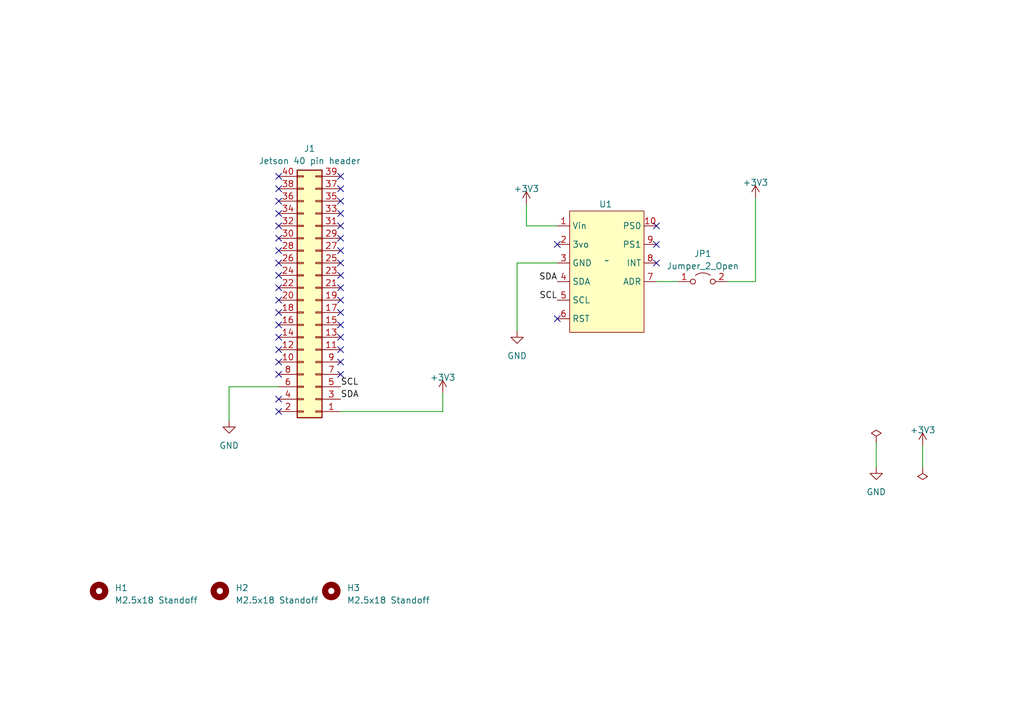
<source format=kicad_sch>
(kicad_sch (version 20230121) (generator eeschema)
  (paper "A5")
  (title_block (title "Jetson Nano BNO055 Shield") (date "2023-04-08") (company "Team Goombot") (comment 2 "Author: Vincent Nguyen"))
  (lib_symbols
    (symbol "0_sensor:BNO055"
      (property "Reference" "U" (at -6.985 12.573 0))
      (symbol "BNO055_1_1"
        (rectangle (start -7.62 10.668) (end 7.62 -14.224) (fill (type background)))
        (pin power_in line (at -10.16 7.62 0) (length 2.54) (name "Vin") (number "1"))
        (pin input line (at 10.16 7.62 180) (length 2.54) (name "PS0") (number "10"))
        (pin power_in line (at -10.16 3.81 0) (length 2.54) (name "3vo") (number "2"))
        (pin power_in line (at -10.16 0 0) (length 2.54) (name "GND") (number "3"))
        (pin bidirectional line (at -10.16 -3.81 0) (length 2.54) (name "SDA") (number "4"))
        (pin input line (at -10.16 -7.62 0) (length 2.54) (name "SCL") (number "5"))
        (pin input line (at -10.16 -11.43 0) (length 2.54) (name "RST") (number "6"))
        (pin input line (at 10.16 -3.81 180) (length 2.54) (name "ADR") (number "7"))
        (pin input line (at 10.16 0 180) (length 2.54) (name "INT") (number "8"))
        (pin input line (at 10.16 3.81 180) (length 2.54) (name "PS1") (number "9"))
      )
    )
    (symbol "Connector_Generic:Conn_02x20_Odd_Even" (pin_names (offset 1.016) hide)
      (property "Reference" "J" (at 1.27 25.4 0))
      (property "Value" "Conn_02x20_Odd_Even" (at 1.27 -27.94 0))
      (symbol "Conn_02x20_Odd_Even_1_1"
        (rectangle (start -1.27 -25.273) (end 0 -25.527) (stroke (width 0.1524)))
        (rectangle (start -1.27 -22.733) (end 0 -22.987) (stroke (width 0.1524)))
        (rectangle (start -1.27 -20.193) (end 0 -20.447) (stroke (width 0.1524)))
        (rectangle (start -1.27 -17.653) (end 0 -17.907) (stroke (width 0.1524)))
        (rectangle (start -1.27 -15.113) (end 0 -15.367) (stroke (width 0.1524)))
        (rectangle (start -1.27 -12.573) (end 0 -12.827) (stroke (width 0.1524)))
        (rectangle (start -1.27 -10.033) (end 0 -10.287) (stroke (width 0.1524)))
        (rectangle (start -1.27 -7.493) (end 0 -7.747) (stroke (width 0.1524)))
        (rectangle (start -1.27 -4.953) (end 0 -5.207) (stroke (width 0.1524)))
        (rectangle (start -1.27 -2.413) (end 0 -2.667) (stroke (width 0.1524)))
        (rectangle (start -1.27 0.127) (end 0 -0.127) (stroke (width 0.1524)))
        (rectangle (start -1.27 2.667) (end 0 2.413) (stroke (width 0.1524)))
        (rectangle (start -1.27 5.207) (end 0 4.953) (stroke (width 0.1524)))
        (rectangle (start -1.27 7.747) (end 0 7.493) (stroke (width 0.1524)))
        (rectangle (start -1.27 10.287) (end 0 10.033) (stroke (width 0.1524)))
        (rectangle (start -1.27 12.827) (end 0 12.573) (stroke (width 0.1524)))
        (rectangle (start -1.27 15.367) (end 0 15.113) (stroke (width 0.1524)))
        (rectangle (start -1.27 17.907) (end 0 17.653) (stroke (width 0.1524)))
        (rectangle (start -1.27 20.447) (end 0 20.193) (stroke (width 0.1524)))
        (rectangle (start -1.27 22.987) (end 0 22.733) (stroke (width 0.1524)))
        (rectangle (start -1.27 24.13) (end 3.81 -26.67) (stroke (width 0.254)) (fill (type background)))
        (rectangle (start 3.81 -25.273) (end 2.54 -25.527) (stroke (width 0.1524)))
        (rectangle (start 3.81 -22.733) (end 2.54 -22.987) (stroke (width 0.1524)))
        (rectangle (start 3.81 -20.193) (end 2.54 -20.447) (stroke (width 0.1524)))
        (rectangle (start 3.81 -17.653) (end 2.54 -17.907) (stroke (width 0.1524)))
        (rectangle (start 3.81 -15.113) (end 2.54 -15.367) (stroke (width 0.1524)))
        (rectangle (start 3.81 -12.573) (end 2.54 -12.827) (stroke (width 0.1524)))
        (rectangle (start 3.81 -10.033) (end 2.54 -10.287) (stroke (width 0.1524)))
        (rectangle (start 3.81 -7.493) (end 2.54 -7.747) (stroke (width 0.1524)))
        (rectangle (start 3.81 -4.953) (end 2.54 -5.207) (stroke (width 0.1524)))
        (rectangle (start 3.81 -2.413) (end 2.54 -2.667) (stroke (width 0.1524)))
        (rectangle (start 3.81 0.127) (end 2.54 -0.127) (stroke (width 0.1524)))
        (rectangle (start 3.81 2.667) (end 2.54 2.413) (stroke (width 0.1524)))
        (rectangle (start 3.81 5.207) (end 2.54 4.953) (stroke (width 0.1524)))
        (rectangle (start 3.81 7.747) (end 2.54 7.493) (stroke (width 0.1524)))
        (rectangle (start 3.81 10.287) (end 2.54 10.033) (stroke (width 0.1524)))
        (rectangle (start 3.81 12.827) (end 2.54 12.573) (stroke (width 0.1524)))
        (rectangle (start 3.81 15.367) (end 2.54 15.113) (stroke (width 0.1524)))
        (rectangle (start 3.81 17.907) (end 2.54 17.653) (stroke (width 0.1524)))
        (rectangle (start 3.81 20.447) (end 2.54 20.193) (stroke (width 0.1524)))
        (rectangle (start 3.81 22.987) (end 2.54 22.733) (stroke (width 0.1524)))
        (pin passive line (at -5.08 22.86 0) (length 3.81) (name "Pin_1") (number "1"))
        (pin passive line (at 7.62 12.7 180) (length 3.81) (name "Pin_10") (number "10"))
        (pin passive line (at -5.08 10.16 0) (length 3.81) (name "Pin_11") (number "11"))
        (pin passive line (at 7.62 10.16 180) (length 3.81) (name "Pin_12") (number "12"))
        (pin passive line (at -5.08 7.62 0) (length 3.81) (name "Pin_13") (number "13"))
        (pin passive line (at 7.62 7.62 180) (length 3.81) (name "Pin_14") (number "14"))
        (pin passive line (at -5.08 5.08 0) (length 3.81) (name "Pin_15") (number "15"))
        (pin passive line (at 7.62 5.08 180) (length 3.81) (name "Pin_16") (number "16"))
        (pin passive line (at -5.08 2.54 0) (length 3.81) (name "Pin_17") (number "17"))
        (pin passive line (at 7.62 2.54 180) (length 3.81) (name "Pin_18") (number "18"))
        (pin passive line (at -5.08 0 0) (length 3.81) (name "Pin_19") (number "19"))
        (pin passive line (at 7.62 22.86 180) (length 3.81) (name "Pin_2") (number "2"))
        (pin passive line (at 7.62 0 180) (length 3.81) (name "Pin_20") (number "20"))
        (pin passive line (at -5.08 -2.54 0) (length 3.81) (name "Pin_21") (number "21"))
        (pin passive line (at 7.62 -2.54 180) (length 3.81) (name "Pin_22") (number "22"))
        (pin passive line (at -5.08 -5.08 0) (length 3.81) (name "Pin_23") (number "23"))
        (pin passive line (at 7.62 -5.08 180) (length 3.81) (name "Pin_24") (number "24"))
        (pin passive line (at -5.08 -7.62 0) (length 3.81) (name "Pin_25") (number "25"))
        (pin passive line (at 7.62 -7.62 180) (length 3.81) (name "Pin_26") (number "26"))
        (pin passive line (at -5.08 -10.16 0) (length 3.81) (name "Pin_27") (number "27"))
        (pin passive line (at 7.62 -10.16 180) (length 3.81) (name "Pin_28") (number "28"))
        (pin passive line (at -5.08 -12.7 0) (length 3.81) (name "Pin_29") (number "29"))
        (pin passive line (at -5.08 20.32 0) (length 3.81) (name "Pin_3") (number "3"))
        (pin passive line (at 7.62 -12.7 180) (length 3.81) (name "Pin_30") (number "30"))
        (pin passive line (at -5.08 -15.24 0) (length 3.81) (name "Pin_31") (number "31"))
        (pin passive line (at 7.62 -15.24 180) (length 3.81) (name "Pin_32") (number "32"))
        (pin passive line (at -5.08 -17.78 0) (length 3.81) (name "Pin_33") (number "33"))
        (pin passive line (at 7.62 -17.78 180) (length 3.81) (name "Pin_34") (number "34"))
        (pin passive line (at -5.08 -20.32 0) (length 3.81) (name "Pin_35") (number "35"))
        (pin passive line (at 7.62 -20.32 180) (length 3.81) (name "Pin_36") (number "36"))
        (pin passive line (at -5.08 -22.86 0) (length 3.81) (name "Pin_37") (number "37"))
        (pin passive line (at 7.62 -22.86 180) (length 3.81) (name "Pin_38") (number "38"))
        (pin passive line (at -5.08 -25.4 0) (length 3.81) (name "Pin_39") (number "39"))
        (pin passive line (at 7.62 20.32 180) (length 3.81) (name "Pin_4") (number "4"))
        (pin passive line (at 7.62 -25.4 180) (length 3.81) (name "Pin_40") (number "40"))
        (pin passive line (at -5.08 17.78 0) (length 3.81) (name "Pin_5") (number "5"))
        (pin passive line (at 7.62 17.78 180) (length 3.81) (name "Pin_6") (number "6"))
        (pin passive line (at -5.08 15.24 0) (length 3.81) (name "Pin_7") (number "7"))
        (pin passive line (at 7.62 15.24 180) (length 3.81) (name "Pin_8") (number "8"))
        (pin passive line (at -5.08 12.7 0) (length 3.81) (name "Pin_9") (number "9"))
      )
    )
    (symbol "Jumper:Jumper_2_Open" (pin_names (offset 0) hide)
      (property "Reference" "JP" (at 0 2.794 0))
      (property "Value" "Jumper_2_Open" (at 0 -2.286 0))
      (symbol "Jumper_2_Open_0_0"
        (circle (center -2.032 0) (radius 0.508))
        (circle (center 2.032 0) (radius 0.508))
      )
      (symbol "Jumper_2_Open_0_1"
        (arc (start 1.524 1.27) (mid 0 1.778) (end -1.524 1.27))
      )
      (symbol "Jumper_2_Open_1_1"
        (pin passive line (at -5.08 0 0) (length 2.54) (name "A") (number "1"))
        (pin passive line (at 5.08 0 180) (length 2.54) (name "B") (number "2"))
      )
    )
    (symbol "Mechanical:MountingHole" (pin_names (offset 1.016))
      (property "Reference" "H" (at 0 5.08 0))
      (property "Value" "MountingHole" (at 0 3.175 0))
      (symbol "MountingHole_0_1"
        (circle (center 0 0) (radius 1.27) (stroke (width 1.27)))
      )
    )
    (symbol "power:+3V3" (power) (pin_names (offset 0))
      (property "Value" "+3V3" (at 0 3.556 0))
      (symbol "+3V3_0_1"
        (polyline (pts (xy -0.762 1.27) (xy 0 2.54)))
        (polyline (pts (xy 0 0) (xy 0 2.54)))
        (polyline (pts (xy 0 2.54) (xy 0.762 1.27)))
      )
      (symbol "+3V3_1_1"
        (pin power_in line (at 0 0 90) (length 0) hide (name "+3V3") (number "1"))
      )
    )
    (symbol "power:GND" (power) (pin_names (offset 0))
      (property "Value" "GND" (at 0 -3.81 0))
      (symbol "GND_0_1"
        (polyline (pts (xy 0 0) (xy 0 -1.27) (xy 1.27 -1.27) (xy 0 -2.54) (xy -1.27 -1.27) (xy 0 -1.27)))
      )
      (symbol "GND_1_1"
        (pin power_in line (at 0 0 270) (length 0) hide (name "GND") (number "1"))
      )
    )
    (symbol "power:PWR_FLAG" (power) (pin_numbers hide) (pin_names (offset 0) hide)
      (property "Value" "PWR_FLAG" (at 0 3.81 0))
      (symbol "PWR_FLAG_0_0"
        (pin power_out line (at 0 0 90) (length 0) (name "pwr") (number "1"))
      )
      (symbol "PWR_FLAG_0_1"
        (polyline (pts (xy 0 0) (xy 0 1.27) (xy -1.016 1.905) (xy 0 2.54) (xy 1.016 1.905) (xy 0 1.27)))
      )
    )
  )
  (no_connect (at 57.15 84.455))
  (no_connect (at 134.62 46.355))
  (no_connect (at 57.15 53.975))
  (no_connect (at 69.85 56.515))
  (no_connect (at 57.15 48.895))
  (no_connect (at 69.85 53.975))
  (no_connect (at 57.15 38.735))
  (no_connect (at 69.85 51.435))
  (no_connect (at 57.15 43.815))
  (no_connect (at 134.62 50.165))
  (no_connect (at 114.3 65.405))
  (no_connect (at 134.62 53.975))
  (no_connect (at 69.85 38.735))
  (no_connect (at 69.85 64.135))
  (no_connect (at 69.85 66.675))
  (no_connect (at 69.85 43.815))
  (no_connect (at 69.85 59.055))
  (no_connect (at 69.85 46.355))
  (no_connect (at 57.15 69.215))
  (no_connect (at 57.15 81.915))
  (no_connect (at 57.15 71.755))
  (no_connect (at 57.15 61.595))
  (no_connect (at 69.85 71.755))
  (no_connect (at 57.15 64.135))
  (no_connect (at 57.15 76.835))
  (no_connect (at 69.85 74.295))
  (no_connect (at 69.85 61.595))
  (no_connect (at 69.85 36.195))
  (no_connect (at 69.85 76.835))
  (no_connect (at 57.15 74.295))
  (no_connect (at 57.15 66.675))
  (no_connect (at 57.15 46.355))
  (no_connect (at 69.85 69.215))
  (no_connect (at 69.85 41.275))
  (no_connect (at 57.15 41.275))
  (no_connect (at 57.15 36.195))
  (no_connect (at 69.85 48.895))
  (no_connect (at 57.15 51.435))
  (no_connect (at 114.3 50.165))
  (no_connect (at 57.15 56.515))
  (no_connect (at 57.15 59.055))
  (wire (pts (xy 46.99 79.375) (xy 46.99 86.36)))
  (wire (pts (xy 90.805 80.645) (xy 90.805 84.455)))
  (wire (pts (xy 154.94 40.64) (xy 154.94 57.785)))
  (wire (pts (xy 179.705 95.885) (xy 179.705 90.805)))
  (wire (pts (xy 106.045 53.975) (xy 114.3 53.975)))
  (wire (pts (xy 107.95 46.355) (xy 114.3 46.355)))
  (wire (pts (xy 154.94 57.785) (xy 149.225 57.785)))
  (wire (pts (xy 106.045 67.945) (xy 106.045 53.975)))
  (wire (pts (xy 90.805 84.455) (xy 69.85 84.455)))
  (wire (pts (xy 189.23 91.44) (xy 189.23 95.885)))
  (wire (pts (xy 57.15 79.375) (xy 46.99 79.375)))
  (wire (pts (xy 134.62 57.785) (xy 139.065 57.785)))
  (wire (pts (xy 107.95 41.91) (xy 107.95 46.355)))
  (label "SCL" (at 69.85 79.375 0))
  (label "SCL" (at 114.3 61.595 180))
  (label "SDA" (at 114.3 57.785 180))
  (label "SDA" (at 69.85 81.915 0))
  (symbol (lib_id "Mechanical:MountingHole") (at 45.085 121.285 0) (unit 1)
    (property "Reference" "H2" (at 48.26 120.65 0) (effects (justify left)))
    (property "Value" "M2.5x18 Standoff" (at 48.26 123.19 0) (effects (justify left)))
    (property "Footprint" "MountingHole:MountingHole_2.7mm_Pad" (effects hide))
    (property "Datasheet" "https://www.we-online.com/katalog/datasheet/970xxxxxx_overall.pdf" (effects hide))
    (property "Manufacturer ref" "970180155" (effects hide))
    (property "Distributor" "Digikey" (effects hide))
    (property "Distributor ref" "732-13017-ND" (effects hide))
  )
  (symbol (lib_id "power:+3V3") (at 189.23 91.44 0) (unit 1)
    (property "Reference" "#PWR0107" (effects hide))
    (property "Value" "+3V3" (at 189.23 88.265 0))
  )
  (symbol (lib_id "Mechanical:MountingHole") (at 67.945 121.285 0) (unit 1)
    (property "Reference" "H3" (at 71.12 120.65 0) (effects (justify left)))
    (property "Value" "M2.5x18 Standoff" (at 71.12 123.19 0) (effects (justify left)))
    (property "Footprint" "MountingHole:MountingHole_2.7mm_Pad" (effects hide))
    (property "Datasheet" "https://www.we-online.com/katalog/datasheet/970xxxxxx_overall.pdf" (effects hide))
    (property "Manufacturer ref" "970180155" (effects hide))
    (property "Distributor" "Digikey" (effects hide))
    (property "Distributor ref" "732-13017-ND" (effects hide))
  )
  (symbol (lib_id "power:GND") (at 179.705 95.885 0) (unit 1)
    (property "Reference" "#PWR0106" (effects hide))
    (property "Value" "GND" (at 179.705 100.965 0))
  )
  (symbol (lib_id "power:+3V3") (at 154.94 40.64 0) (unit 1)
    (property "Reference" "#PWR0105" (effects hide))
    (property "Value" "+3V3" (at 154.94 37.465 0))
  )
  (symbol (lib_id "power:+3V3") (at 90.805 80.645 0) (unit 1)
    (property "Reference" "#PWR0102" (effects hide))
    (property "Value" "+3V3" (at 90.805 77.47 0))
  )
  (symbol (lib_id "power:GND") (at 46.99 86.36 0) (unit 1)
    (property "Reference" "#PWR0101" (effects hide))
    (property "Value" "GND" (at 46.99 91.44 0))
  )
  (symbol (lib_id "Connector_Generic:Conn_02x20_Odd_Even") (at 64.77 61.595 180) (unit 1)
    (property "Reference" "J1" (at 63.5 30.48 0))
    (property "Value" "Jetson 40 pin header" (at 63.5 33.02 0))
    (property "Footprint" "0_connectors:2x20 stacking headers" (effects hide))
    (property "Datasheet" "https://cdn.sparkfun.com/assets/0/b/8/5/2/DS-16763-2_X_20_Pin_Extended_GPIO_Header_-_Female_-_16mm_7.30mm.pdf" (effects hide))
    (property "Manufacturer ref" "PRT-16763" (effects hide))
    (property "Distributor" "Digikey" (effects hide))
    (property "Distributor ref" "1568-PRT-16763-ND" (effects hide))
  )
  (symbol (lib_id "power:PWR_FLAG") (at 189.23 95.885 180) (unit 1)
    (property "Reference" "#FLG0102" (effects hide))
    (property "Value" "PWR_FLAG" (effects hide))
  )
  (symbol (lib_id "power:+3V3") (at 107.95 41.91 0) (unit 1)
    (property "Reference" "#PWR0104" (effects hide))
    (property "Value" "+3V3" (at 107.95 38.735 0))
  )
  (symbol (lib_id "0_sensor:BNO055") (at 124.46 53.975 0) (unit 1)
    (property "Reference" "U1" (at 124.206 41.91 0))
    (property "Value" "~" (at 124.46 53.467 0))
    (property "Footprint" "0_sensor:BNO055" (effects hide))
    (property "Datasheet" "https://cdn-learn.adafruit.com/downloads/pdf/adafruit-bno055-absolute-orientation-sensor.pdf" (effects hide))
  )
  (symbol (lib_id "Jumper:Jumper_2_Open") (at 144.145 57.785 0) (unit 1)
    (property "Reference" "JP1" (at 144.145 52.07 0))
    (property "Value" "Jumper_2_Open" (at 144.145 54.61 0))
    (property "Footprint" "Jumper:SolderJumper-2_P1.3mm_Open_RoundedPad1.0x1.5mm" (effects hide))
  )
  (symbol (lib_id "power:GND") (at 106.045 67.945 0) (unit 1)
    (property "Reference" "#PWR0103" (effects hide))
    (property "Value" "GND" (at 106.045 73.025 0))
  )
  (symbol (lib_id "Mechanical:MountingHole") (at 20.32 121.285 0) (unit 1)
    (property "Reference" "H1" (at 23.495 120.65 0) (effects (justify left)))
    (property "Value" "M2.5x18 Standoff" (at 23.495 123.19 0) (effects (justify left)))
    (property "Footprint" "MountingHole:MountingHole_2.7mm_Pad" (effects hide))
    (property "Datasheet" "https://www.we-online.com/katalog/datasheet/970xxxxxx_overall.pdf" (effects hide))
    (property "Manufacturer ref" "970180155" (effects hide))
    (property "Distributor" "Digikey" (effects hide))
    (property "Distributor ref" "732-13017-ND" (effects hide))
  )
  (symbol (lib_id "power:PWR_FLAG") (at 179.705 90.805 0) (unit 1)
    (property "Reference" "#FLG0101" (effects hide))
    (property "Value" "PWR_FLAG" (effects hide))
  )
)
</source>
